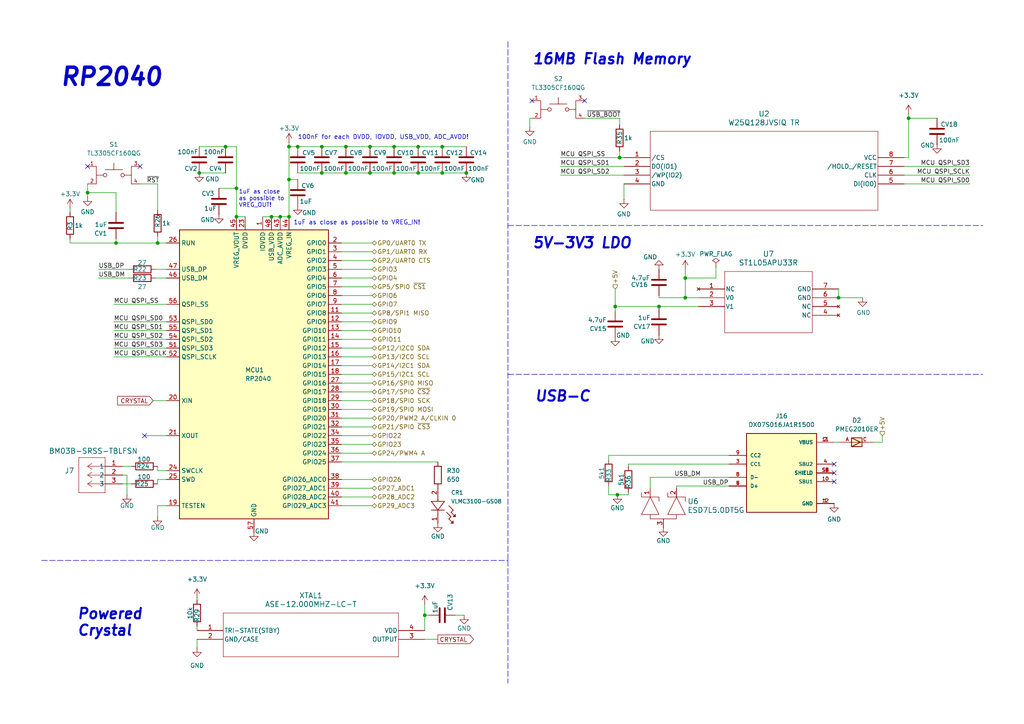
<source format=kicad_sch>
(kicad_sch (version 20231120) (generator "eeschema") (generator_version "8.0")
  (paper "A4")
  (title_block (title "RP2040 Standard") (company "Porto Space Team") (comment 1 "Miguel Amorim"))
  (lib_symbols
    (symbol "16MB_Flash:W25Q128JVSIQ_TR" (pin_names (offset 0.254))
      (property "Reference" "U" (at 40.64 12.7 0))
      (property "Value" "W25Q128JVSIQ TR" (at 40.64 10.16 0))
      (symbol "W25Q128JVSIQ_TR_0_1"
        (pin input line (at 0 0 0) (length 7.62) (name "/CS") (number "1"))
        (pin bidirectional line (at 0 -2.54 0) (length 7.62) (name "DO(IO1)") (number "2"))
        (pin bidirectional line (at 0 -5.08 0) (length 7.62) (name "/WP(IO2)") (number "3"))
        (pin passive line (at 0 -7.62 0) (length 7.62) (name "GND") (number "4"))
        (pin bidirectional line (at 81.28 -7.62 180) (length 7.62) (name "DI(IO0)") (number "5"))
        (pin input line (at 81.28 -5.08 180) (length 7.62) (name "CLK") (number "6"))
        (pin bidirectional line (at 81.28 -2.54 180) (length 7.62) (name "/HOLD_/RESET") (number "7"))
        (pin passive line (at 81.28 0 180) (length 7.62) (name "VCC") (number "8"))
      )
    )
    (symbol "AS12MHz:ASE-12.000MHZ-LC-T" (pin_names (offset 0.254))
      (property "Reference" "XTAL" (at 33.02 10.16 0))
      (property "Value" "ASE-12.000MHZ-LC-T" (at 33.02 7.62 0))
      (symbol "ASE-12.000MHZ-LC-T_0_1"
        (pin passive line (at 0 0 0) (length 7.62) (name "TRI-STATE(STBY)") (number "1"))
        (pin passive line (at 0 -2.54 0) (length 7.62) (name "GND/CASE") (number "2"))
        (pin output line (at 66.04 -2.54 180) (length 7.62) (name "OUTPUT") (number "3"))
        (pin power_in line (at 66.04 0 180) (length 7.62) (name "VDD") (number "4"))
      )
    )
    (symbol "DX07S016JA1R1500:DX07S016JA1R1500" (pin_names (offset 1.016))
      (property "Reference" "J" (at -10.16 11.43 0))
      (property "Value" "DX07S016JA1R1500" (at -10.16 -13.97 0))
      (symbol "DX07S016JA1R1500_0_0"
        (pin power_in line (at 15.24 -10.16 180) (length 5.08) (name "GND") (number "1"))
        (pin passive line (at 15.24 -3.81 180) (length 5.08) (name "SBU1") (number "10"))
        (pin passive line (at 15.24 7.62 180) (length 5.08) (name "VBUS") (number "11"))
        (pin power_in line (at 15.24 -10.16 180) (length 5.08) (name "GND") (number "12"))
        (pin passive line (at 15.24 7.62 180) (length 5.08) (name "VBUS") (number "2"))
        (pin passive line (at -15.24 1.27 0) (length 5.08) (name "CC1") (number "3"))
        (pin passive line (at 15.24 1.27 180) (length 5.08) (name "SBU2") (number "4"))
        (pin passive line (at -15.24 -2.54 0) (length 5.08) (name "D-") (number "5"))
        (pin passive line (at -15.24 -5.08 0) (length 5.08) (name "D+") (number "6"))
        (pin passive line (at -15.24 -5.08 0) (length 5.08) (name "D+") (number "7"))
        (pin passive line (at -15.24 -2.54 0) (length 5.08) (name "D-") (number "8"))
        (pin passive line (at -15.24 3.81 0) (length 5.08) (name "CC2") (number "9"))
        (pin passive line (at 15.24 -1.27 180) (length 5.08) (name "SHIELD") (number "S1"))
        (pin passive line (at 15.24 -1.27 180) (length 5.08) (name "SHIELD") (number "S2"))
        (pin passive line (at 15.24 -1.27 180) (length 5.08) (name "SHIELD") (number "S3"))
        (pin passive line (at 15.24 -1.27 180) (length 5.08) (name "SHIELD") (number "S4"))
        (pin passive line (at 15.24 -1.27 180) (length 5.08) (name "SHIELD") (number "S5"))
        (pin passive line (at 15.24 -1.27 180) (length 5.08) (name "SHIELD") (number "S6"))
      )
    )
    (symbol "Device:C" (pin_numbers hide) (pin_names (offset 0.254))
      (property "Reference" "C" (at 0.635 2.54 0))
      (property "Value" "C" (at 0.635 -2.54 0))
      (symbol "C_1_1"
        (pin passive line (at 0 3.81 270) (length 2.794) (name "~") (number "1"))
        (pin passive line (at 0 -3.81 90) (length 2.794) (name "~") (number "2"))
      )
    )
    (symbol "Device:R" (pin_numbers hide) (pin_names (offset 0))
      (property "Reference" "R" (at 2.032 0 90))
      (property "Value" "R" (at 0 0 90))
      (symbol "R_1_1"
        (pin passive line (at 0 3.81 270) (length 1.27) (name "~") (number "1"))
        (pin passive line (at 0 -3.81 90) (length 1.27) (name "~") (number "2"))
      )
    )
    (symbol "ESD7L5_Diode:ESD7L5.0DT5G" (pin_names (offset 0.254))
      (property "Reference" "U" (at 6.35 15.24 0))
      (property "Value" "ESD7L5.0DT5G" (at 6.35 12.7 0))
      (symbol "ESD7L5.0DT5G_1_1"
        (pin passive line (at 2.54 11.43 270) (length 2.54) (name "") (number "1"))
        (pin passive line (at 10.16 11.43 270) (length 2.54) (name "") (number "2"))
        (pin passive line (at 6.35 0 90) (length 2.54) (name "") (number "3"))
      )
    )
    (symbol "GreenLED__VLMC3100-GS08:VLMC3100-GS08" (pin_names (offset 0.254))
      (property "Reference" "CR" (at 5.08 -4.445 0))
      (property "Value" "VLMC3100-GS08" (at 5.08 -7.62 0))
      (symbol "VLMC3100-GS08_1_1"
        (pin passive line (at 10.16 0 180) (length 2.54) (name "") (number "1"))
        (pin passive line (at 0 0 0) (length 2.54) (name "") (number "2"))
      )
      (symbol "VLMC3100-GS08_1_2"
        (pin passive line (at 0 10.16 270) (length 2.54) (name "") (number "1"))
        (pin passive line (at 0 0 90) (length 2.54) (name "") (number "2"))
      )
    )
    (symbol "LDO_ST1L05A:ST1L05APU33R" (pin_names (offset 0.254))
      (property "Reference" "U" (at 20.32 10.16 0))
      (property "Value" "ST1L05APU33R" (at 20.32 7.62 0))
      (symbol "ST1L05APU33R_0_1"
        (pin no_connect line (at 0 0 0) (length 7.62) (name "NC") (number "1"))
        (pin passive line (at 0 -2.54 0) (length 7.62) (name "V0") (number "2"))
        (pin passive line (at 0 -5.08 0) (length 7.62) (name "V1") (number "3"))
        (pin no_connect line (at 40.64 -7.62 180) (length 7.62) (name "NC") (number "4"))
        (pin no_connect line (at 40.64 -5.08 180) (length 7.62) (name "NC") (number "5"))
        (pin passive line (at 40.64 -2.54 180) (length 7.62) (name "GND") (number "6"))
        (pin passive line (at 40.64 0 180) (length 7.62) (name "GND") (number "7"))
      )
    )
    (symbol "MCU_RaspberryPi:RP2040"
      (property "Reference" "U" (at 17.78 45.72 0))
      (property "Value" "RP2040" (at 17.78 43.18 0))
      (symbol "RP2040_1_1"
        (pin power_in line (at 2.54 45.72 270) (length 3.81) (name "IOVDD") (number "1"))
        (pin passive line (at 2.54 45.72 270) (length 3.81) hide (name "IOVDD") (number "10"))
        (pin bidirectional line (at 25.4 17.78 180) (length 3.81) (name "GPIO8") (number "11"))
        (pin bidirectional line (at 25.4 15.24 180) (length 3.81) (name "GPIO9") (number "12"))
        (pin bidirectional line (at 25.4 12.7 180) (length 3.81) (name "GPIO10") (number "13"))
        (pin bidirectional line (at 25.4 10.16 180) (length 3.81) (name "GPIO11") (number "14"))
        (pin bidirectional line (at 25.4 7.62 180) (length 3.81) (name "GPIO12") (number "15"))
        (pin bidirectional line (at 25.4 5.08 180) (length 3.81) (name "GPIO13") (number "16"))
        (pin bidirectional line (at 25.4 2.54 180) (length 3.81) (name "GPIO14") (number "17"))
        (pin bidirectional line (at 25.4 0 180) (length 3.81) (name "GPIO15") (number "18"))
        (pin input line (at -25.4 -38.1 0) (length 3.81) (name "TESTEN") (number "19"))
        (pin bidirectional line (at 25.4 38.1 180) (length 3.81) (name "GPIO0") (number "2"))
        (pin input line (at -25.4 -7.62 0) (length 3.81) (name "XIN") (number "20"))
        (pin passive line (at -25.4 -17.78 0) (length 3.81) (name "XOUT") (number "21"))
        (pin passive line (at 2.54 45.72 270) (length 3.81) hide (name "IOVDD") (number "22"))
        (pin power_in line (at -2.54 45.72 270) (length 3.81) (name "DVDD") (number "23"))
        (pin input line (at -25.4 -27.94 0) (length 3.81) (name "SWCLK") (number "24"))
        (pin bidirectional line (at -25.4 -30.48 0) (length 3.81) (name "SWD") (number "25"))
        (pin input line (at -25.4 38.1 0) (length 3.81) (name "RUN") (number "26"))
        (pin bidirectional line (at 25.4 -2.54 180) (length 3.81) (name "GPIO16") (number "27"))
        (pin bidirectional line (at 25.4 -5.08 180) (length 3.81) (name "GPIO17") (number "28"))
        (pin bidirectional line (at 25.4 -7.62 180) (length 3.81) (name "GPIO18") (number "29"))
        (pin bidirectional line (at 25.4 35.56 180) (length 3.81) (name "GPIO1") (number "3"))
        (pin bidirectional line (at 25.4 -10.16 180) (length 3.81) (name "GPIO19") (number "30"))
        (pin bidirectional line (at 25.4 -12.7 180) (length 3.81) (name "GPIO20") (number "31"))
        (pin bidirectional line (at 25.4 -15.24 180) (length 3.81) (name "GPIO21") (number "32"))
        (pin passive line (at 2.54 45.72 270) (length 3.81) hide (name "IOVDD") (number "33"))
        (pin bidirectional line (at 25.4 -17.78 180) (length 3.81) (name "GPIO22") (number "34"))
        (pin bidirectional line (at 25.4 -20.32 180) (length 3.81) (name "GPIO23") (number "35"))
        (pin bidirectional line (at 25.4 -22.86 180) (length 3.81) (name "GPIO24") (number "36"))
        (pin bidirectional line (at 25.4 -25.4 180) (length 3.81) (name "GPIO25") (number "37"))
        (pin bidirectional line (at 25.4 -30.48 180) (length 3.81) (name "GPIO26_ADC0") (number "38"))
        (pin bidirectional line (at 25.4 -33.02 180) (length 3.81) (name "GPIO27_ADC1") (number "39"))
        (pin bidirectional line (at 25.4 33.02 180) (length 3.81) (name "GPIO2") (number "4"))
        (pin bidirectional line (at 25.4 -35.56 180) (length 3.81) (name "GPIO28_ADC2") (number "40"))
        (pin bidirectional line (at 25.4 -38.1 180) (length 3.81) (name "GPIO29_ADC3") (number "41"))
        (pin passive line (at 2.54 45.72 270) (length 3.81) hide (name "IOVDD") (number "42"))
        (pin power_in line (at 7.62 45.72 270) (length 3.81) (name "ADC_AVDD") (number "43"))
        (pin power_in line (at 10.16 45.72 270) (length 3.81) (name "VREG_IN") (number "44"))
        (pin power_out line (at -5.08 45.72 270) (length 3.81) (name "VREG_VOUT") (number "45"))
        (pin bidirectional line (at -25.4 27.94 0) (length 3.81) (name "USB_DM") (number "46"))
        (pin bidirectional line (at -25.4 30.48 0) (length 3.81) (name "USB_DP") (number "47"))
        (pin power_in line (at 5.08 45.72 270) (length 3.81) (name "USB_VDD") (number "48"))
        (pin passive line (at 2.54 45.72 270) (length 3.81) hide (name "IOVDD") (number "49"))
        (pin bidirectional line (at 25.4 30.48 180) (length 3.81) (name "GPIO3") (number "5"))
        (pin passive line (at -2.54 45.72 270) (length 3.81) hide (name "DVDD") (number "50"))
        (pin bidirectional line (at -25.4 7.62 0) (length 3.81) (name "QSPI_SD3") (number "51"))
        (pin output line (at -25.4 5.08 0) (length 3.81) (name "QSPI_SCLK") (number "52"))
        (pin bidirectional line (at -25.4 15.24 0) (length 3.81) (name "QSPI_SD0") (number "53"))
        (pin bidirectional line (at -25.4 10.16 0) (length 3.81) (name "QSPI_SD2") (number "54"))
        (pin bidirectional line (at -25.4 12.7 0) (length 3.81) (name "QSPI_SD1") (number "55"))
        (pin bidirectional line (at -25.4 20.32 0) (length 3.81) (name "QSPI_SS") (number "56"))
        (pin power_in line (at 0 -45.72 90) (length 3.81) (name "GND") (number "57"))
        (pin bidirectional line (at 25.4 27.94 180) (length 3.81) (name "GPIO4") (number "6"))
        (pin bidirectional line (at 25.4 25.4 180) (length 3.81) (name "GPIO5") (number "7"))
        (pin bidirectional line (at 25.4 22.86 180) (length 3.81) (name "GPIO6") (number "8"))
        (pin bidirectional line (at 25.4 20.32 180) (length 3.81) (name "GPIO7") (number "9"))
      )
    )
    (symbol "PMEG2010ER:PMEG2010ER" (pin_names (offset 1.016))
      (property "Reference" "D" (at -3.8116 1.7534 0))
      (property "Value" "PMEG2010ER" (at -3.816 -3.5871 0))
      (symbol "PMEG2010ER_0_0"
        (pin passive line (at -5.08 0 0) (length 5.08) (name "~") (number "A"))
        (pin passive line (at 5.08 0 180) (length 5.08) (name "~") (number "C"))
      )
    )
    (symbol "SWD_Con:BM03B-SRSS-TBLFSN" (pin_names (offset 0.254))
      (property "Reference" "J" (at 8.89 6.35 0))
      (property "Value" "BM03B-SRSS-TBLFSN" (at 0 0 0))
      (symbol "BM03B-SRSS-TBLFSN_1_1"
        (pin passive line (at 0 0 0) (length 5.08) (name "1") (number "1"))
        (pin passive line (at 0 -2.54 0) (length 5.08) (name "2") (number "2"))
        (pin passive line (at 0 -5.08 0) (length 5.08) (name "3") (number "3"))
      )
      (symbol "BM03B-SRSS-TBLFSN_1_2"
        (pin passive line (at 0 0 0) (length 5.08) (name "1") (number "1"))
        (pin passive line (at 0 -2.54 0) (length 5.08) (name "2") (number "2"))
        (pin passive line (at 0 -5.08 0) (length 5.08) (name "3") (number "3"))
      )
    )
    (symbol "TL3305CF160QG:TL3305CF160QG" (pin_names (offset 1.016))
      (property "Reference" "S" (at -5.08 5.08 0))
      (property "Value" "TL3305CF160QG" (at -5.08 -5.08 0))
      (symbol "TL3305CF160QG_0_0"
        (pin passive line (at -7.62 2.54 0) (length 2.54) (name "~") (number "1"))
        (pin passive line (at -7.62 -2.54 0) (length 2.54) (name "~") (number "2"))
        (pin passive line (at 7.62 2.54 180) (length 2.54) (name "~") (number "3"))
        (pin passive line (at 7.62 -2.54 180) (length 2.54) (name "~") (number "4"))
      )
    )
    (symbol "power:+3.3V" (power) (pin_numbers hide) (pin_names (offset 0) hide)
      (property "Value" "+3.3V" (at 0 3.556 0))
      (symbol "+3.3V_1_1"
        (pin power_in line (at 0 0 90) (length 0) (name "~") (number "1"))
      )
    )
    (symbol "power:GND" (power) (pin_numbers hide) (pin_names (offset 0) hide)
      (property "Value" "GND" (at 0 -3.81 0))
      (symbol "GND_1_1"
        (pin power_in line (at 0 0 270) (length 0) (name "~") (number "1"))
      )
    )
    (symbol "power:PWR_FLAG" (power) (pin_numbers hide) (pin_names (offset 0) hide)
      (property "Value" "PWR_FLAG" (at 0 3.81 0))
      (symbol "PWR_FLAG_0_0"
        (pin power_out line (at 0 0 90) (length 0) (name "~") (number "1"))
      )
    )
  )
  (junction (at 93.345 42.545))
  (junction (at 114.3 42.545))
  (junction (at 128.27 50.165))
  (junction (at 65.405 42.545))
  (junction (at 179.705 45.72))
  (junction (at 198.755 86.36))
  (junction (at 179.07 143.51))
  (junction (at 83.82 42.545))
  (junction (at 114.3 50.165))
  (junction (at 25.4 55.88))
  (junction (at 81.28 62.865))
  (junction (at 107.315 50.165))
  (junction (at 100.33 50.165))
  (junction (at 86.36 42.545))
  (junction (at 68.58 62.865))
  (junction (at 68.58 54.61))
  (junction (at 45.72 70.485))
  (junction (at 33.655 70.485))
  (junction (at 93.345 50.165))
  (junction (at 78.74 62.865))
  (junction (at 107.315 42.545))
  (junction (at 100.33 42.545))
  (junction (at 123.19 178.435))
  (junction (at 135.255 50.165))
  (junction (at 178.435 88.9))
  (junction (at 121.285 50.165))
  (junction (at 191.135 88.9))
  (junction (at 83.82 52.07))
  (junction (at 263.525 34.29))
  (junction (at 83.82 62.865))
  (junction (at 198.755 80.645))
  (junction (at 121.285 42.545))
  (junction (at 57.785 50.165))
  (junction (at 243.205 86.36))
  (junction (at 128.27 42.545))
  (no_connect (at 241.935 134.62))
  (no_connect (at 25.4 48.26))
  (no_connect (at 41.91 126.365))
  (no_connect (at 169.545 29.21))
  (no_connect (at 40.64 48.26))
  (no_connect (at 241.935 139.7))
  (no_connect (at 154.305 29.21))
  (no_connect (at 241.935 137.16))
  (wire (pts (xy 262.255 53.34) (xy 281.305 53.34)))
  (wire (pts (xy 182.245 143.51) (xy 182.245 142.875)))
  (wire (pts (xy 243.205 86.36) (xy 250.19 86.36)))
  (wire (pts (xy 99.06 108.585) (xy 107.95 108.585)))
  (wire (pts (xy 176.53 132.08) (xy 211.455 132.08)))
  (wire (pts (xy 153.67 34.29) (xy 153.67 36.83)))
  (wire (pts (xy 99.06 78.105) (xy 107.95 78.105)))
  (wire (pts (xy 35.56 137.795) (xy 36.83 137.795)))
  (wire (pts (xy 99.06 118.745) (xy 107.95 118.745)))
  (wire (pts (xy 180.975 48.26) (xy 162.56 48.26)))
  (wire (pts (xy 176.53 133.35) (xy 176.53 132.08)))
  (wire (pts (xy 33.02 88.265) (xy 48.26 88.265)))
  (wire (pts (xy 180.975 50.8) (xy 162.56 50.8)))
  (wire (pts (xy 241.935 128.27) (xy 243.205 128.27)))
  (wire (pts (xy 99.06 100.965) (xy 107.95 100.965)))
  (wire (pts (xy 179.705 43.815) (xy 179.705 45.72)))
  (wire (pts (xy 83.82 41.275) (xy 83.82 42.545)))
  (wire (pts (xy 198.755 80.645) (xy 198.755 86.36)))
  (wire (pts (xy 262.255 50.8) (xy 281.305 50.8)))
  (wire (pts (xy 63.5 54.61) (xy 68.58 54.61)))
  (wire (pts (xy 45.72 149.86) (xy 45.72 146.685)))
  (wire (pts (xy 99.06 113.665) (xy 107.95 113.665)))
  (wire (pts (xy 45.72 139.065) (xy 48.26 139.065)))
  (wire (pts (xy 179.07 143.51) (xy 176.53 143.51)))
  (wire (pts (xy 99.06 133.985) (xy 127 133.985)))
  (wire (pts (xy 68.58 54.61) (xy 68.58 62.865)))
  (wire (pts (xy 263.525 34.29) (xy 263.525 33.02)))
  (wire (pts (xy 198.755 80.645) (xy 207.645 80.645)))
  (wire (pts (xy 57.15 181.61) (xy 57.15 182.88)))
  (wire (pts (xy 182.245 134.62) (xy 182.245 135.255)))
  (wire (pts (xy 255.905 126.365) (xy 255.905 128.27)))
  (wire (pts (xy 107.315 42.545) (xy 100.33 42.545)))
  (wire (pts (xy 45.085 78.105) (xy 48.26 78.105)))
  (wire (pts (xy 99.06 131.445) (xy 107.95 131.445)))
  (wire (pts (xy 57.15 185.42) (xy 57.15 187.96)))
  (wire (pts (xy 262.255 45.72) (xy 263.525 45.72)))
  (wire (pts (xy 86.36 42.545) (xy 83.82 42.545)))
  (wire (pts (xy 211.455 134.62) (xy 182.245 134.62)))
  (wire (pts (xy 178.435 83.82) (xy 178.435 88.9)))
  (wire (pts (xy 83.82 52.07) (xy 83.82 62.865)))
  (wire (pts (xy 179.705 36.195) (xy 179.705 34.29)))
  (wire (pts (xy 100.33 42.545) (xy 93.345 42.545)))
  (wire (pts (xy 243.205 83.82) (xy 243.205 86.36)))
  (wire (pts (xy 99.06 95.885) (xy 107.95 95.885)))
  (wire (pts (xy 93.345 42.545) (xy 86.36 42.545)))
  (wire (pts (xy 35.56 140.335) (xy 38.1 140.335)))
  (wire (pts (xy 176.53 143.51) (xy 176.53 140.97)))
  (wire (pts (xy 68.58 62.865) (xy 71.12 62.865)))
  (wire (pts (xy 45.72 140.335) (xy 45.72 139.065)))
  (wire (pts (xy 45.72 70.485) (xy 48.26 70.485)))
  (wire (pts (xy 33.655 70.485) (xy 33.655 69.215)))
  (wire (pts (xy 45.72 136.525) (xy 45.72 135.255)))
  (wire (pts (xy 196.215 140.97) (xy 211.455 140.97)))
  (wire (pts (xy 99.06 126.365) (xy 107.95 126.365)))
  (wire (pts (xy 99.06 80.645) (xy 107.95 80.645)))
  (wire (pts (xy 196.215 140.97) (xy 196.215 141.605)))
  (wire (pts (xy 33.655 55.88) (xy 33.655 61.595)))
  (wire (pts (xy 263.525 34.29) (xy 271.78 34.29)))
  (wire (pts (xy 83.82 52.07) (xy 86.36 52.07)))
  (wire (pts (xy 99.06 121.285) (xy 107.95 121.285)))
  (wire (pts (xy 121.285 50.165) (xy 128.27 50.165)))
  (wire (pts (xy 179.705 45.72) (xy 180.975 45.72)))
  (wire (pts (xy 57.785 50.165) (xy 65.405 50.165)))
  (wire (pts (xy 132.08 178.435) (xy 134.62 178.435)))
  (wire (pts (xy 68.58 54.61) (xy 68.58 42.545)))
  (wire (pts (xy 99.06 139.065) (xy 107.95 139.065)))
  (wire (pts (xy 45.72 136.525) (xy 48.26 136.525)))
  (wire (pts (xy 191.135 89.535) (xy 191.135 88.9)))
  (wire (pts (xy 99.06 88.265) (xy 107.95 88.265)))
  (wire (pts (xy 178.435 88.9) (xy 178.435 90.17)))
  (wire (pts (xy 40.64 53.34) (xy 45.72 53.34)))
  (wire (pts (xy 99.06 85.725) (xy 107.95 85.725)))
  (wire (pts (xy 99.06 70.485) (xy 107.95 70.485)))
  (wire (pts (xy 198.755 86.36) (xy 202.565 86.36)))
  (wire (pts (xy 20.32 60.325) (xy 20.32 61.595)))
  (wire (pts (xy 182.245 143.51) (xy 179.07 143.51)))
  (wire (pts (xy 25.4 53.34) (xy 25.4 55.88)))
  (wire (pts (xy 123.19 175.26) (xy 123.19 178.435)))
  (wire (pts (xy 263.525 45.72) (xy 263.525 34.29)))
  (wire (pts (xy 121.285 42.545) (xy 114.3 42.545)))
  (wire (pts (xy 191.135 85.725) (xy 191.135 86.36)))
  (wire (pts (xy 44.45 116.205) (xy 48.26 116.205)))
  (wire (pts (xy 191.135 86.36) (xy 198.755 86.36)))
  (wire (pts (xy 33.02 93.345) (xy 48.26 93.345)))
  (wire (pts (xy 78.74 62.865) (xy 81.28 62.865)))
  (wire (pts (xy 123.19 178.435) (xy 123.19 182.88)))
  (wire (pts (xy 162.56 45.72) (xy 179.705 45.72)))
  (wire (pts (xy 99.06 123.825) (xy 107.95 123.825)))
  (wire (pts (xy 33.02 95.885) (xy 48.26 95.885)))
  (wire (pts (xy 57.785 42.545) (xy 65.405 42.545)))
  (wire (pts (xy 262.255 48.26) (xy 281.305 48.26)))
  (wire (pts (xy 33.655 70.485) (xy 45.72 70.485)))
  (wire (pts (xy 255.905 128.27) (xy 253.365 128.27)))
  (wire (pts (xy 198.755 78.105) (xy 198.755 80.645)))
  (wire (pts (xy 45.72 146.685) (xy 48.26 146.685)))
  (wire (pts (xy 123.19 178.435) (xy 124.46 178.435)))
  (wire (pts (xy 107.315 50.165) (xy 114.3 50.165)))
  (wire (pts (xy 178.435 88.9) (xy 191.135 88.9)))
  (wire (pts (xy 35.56 135.255) (xy 38.1 135.255)))
  (wire (pts (xy 86.36 50.165) (xy 93.345 50.165)))
  (wire (pts (xy 99.06 141.605) (xy 107.95 141.605)))
  (wire (pts (xy 33.655 55.88) (xy 25.4 55.88)))
  (wire (pts (xy 20.32 70.485) (xy 20.32 69.215)))
  (wire (pts (xy 57.15 173.355) (xy 57.15 173.99)))
  (wire (pts (xy 154.305 34.29) (xy 153.67 34.29)))
  (wire (pts (xy 25.4 55.88) (xy 25.4 57.15)))
  (wire (pts (xy 28.575 78.105) (xy 37.465 78.105)))
  (wire (pts (xy 99.06 73.025) (xy 107.95 73.025)))
  (wire (pts (xy 99.06 116.205) (xy 107.95 116.205)))
  (wire (pts (xy 128.27 50.165) (xy 135.255 50.165)))
  (wire (pts (xy 99.06 146.685) (xy 107.95 146.685)))
  (wire (pts (xy 99.06 106.045) (xy 107.95 106.045)))
  (wire (pts (xy 83.82 42.545) (xy 83.82 52.07)))
  (wire (pts (xy 36.83 137.795) (xy 36.83 143.51)))
  (polyline (pts (xy 147.32 12.065) (xy 147.32 162.56)) (stroke (width 0) (type dash)))
  (wire (pts (xy 128.27 42.545) (xy 135.255 42.545)))
  (wire (pts (xy 45.72 53.34) (xy 45.72 60.96)))
  (wire (pts (xy 28.575 80.645) (xy 37.465 80.645)))
  (wire (pts (xy 191.135 88.9) (xy 202.565 88.9)))
  (wire (pts (xy 33.02 98.425) (xy 48.26 98.425)))
  (wire (pts (xy 41.91 126.365) (xy 48.26 126.365)))
  (wire (pts (xy 99.06 144.145) (xy 107.95 144.145)))
  (wire (pts (xy 45.085 80.645) (xy 48.26 80.645)))
  (wire (pts (xy 81.28 62.865) (xy 83.82 62.865)))
  (wire (pts (xy 114.3 42.545) (xy 107.315 42.545)))
  (wire (pts (xy 207.645 80.645) (xy 207.645 77.47)))
  (wire (pts (xy 33.02 103.505) (xy 48.26 103.505)))
  (wire (pts (xy 123.19 185.42) (xy 127 185.42)))
  (wire (pts (xy 99.06 103.505) (xy 107.95 103.505)))
  (wire (pts (xy 99.06 75.565) (xy 107.95 75.565)))
  (wire (pts (xy 68.58 42.545) (xy 65.405 42.545)))
  (wire (pts (xy 188.595 138.43) (xy 211.455 138.43)))
  (wire (pts (xy 99.06 111.125) (xy 107.95 111.125)))
  (wire (pts (xy 76.2 62.865) (xy 78.74 62.865)))
  (wire (pts (xy 99.06 128.905) (xy 107.95 128.905)))
  (wire (pts (xy 114.3 50.165) (xy 121.285 50.165)))
  (wire (pts (xy 99.06 93.345) (xy 107.95 93.345)))
  (wire (pts (xy 128.27 42.545) (xy 121.285 42.545)))
  (wire (pts (xy 100.33 50.165) (xy 107.315 50.165)))
  (wire (pts (xy 99.06 90.805) (xy 107.95 90.805)))
  (wire (pts (xy 45.72 68.58) (xy 45.72 70.485)))
  (polyline (pts (xy 147.32 162.56) (xy 147.32 198.12)) (stroke (width 0) (type dash)))
  (polyline (pts (xy 147.32 65.405) (xy 285.115 65.405)) (stroke (width 0) (type dash)))
  (wire (pts (xy 33.02 100.965) (xy 48.26 100.965)))
  (wire (pts (xy 99.06 98.425) (xy 107.95 98.425)))
  (wire (pts (xy 180.975 53.34) (xy 180.975 57.785)))
  (wire (pts (xy 99.06 83.185) (xy 107.95 83.185)))
  (wire (pts (xy 179.705 34.29) (xy 169.545 34.29)))
  (wire (pts (xy 188.595 138.43) (xy 188.595 141.605)))
  (wire (pts (xy 93.345 50.165) (xy 100.33 50.165)))
  (polyline (pts (xy 12.065 162.56) (xy 147.32 162.56)) (stroke (width 0) (type dash)))
  (wire (pts (xy 33.655 70.485) (xy 20.32 70.485)))
  (polyline (pts (xy 147.32 108.585) (xy 285.115 108.585)) (stroke (width 0) (type dash)))
  (text "USB-C" (at 154.94 116.84 0) (effects (font (size 3 3) (bold yes) (italic yes)) (justify left bottom)))
  (text "100nF for each DVDD, IOVDD, USB_VDD, ADC_AVDD!" (at 86.36 40.64 0) (effects (font (size 1.27 1.27)) (justify left bottom)))
  (text "Powered\nCrystal" (at 22.225 184.785 0) (effects (font (size 3 3) (bold yes) (italic yes)) (justify left bottom)))
  (text "5V-3V3 LDO" (at 154.305 72.39 0) (effects (font (size 3 3) (bold yes) (italic yes)) (justify left bottom)))
  (text "16MB Flash Memory" (at 154.305 19.05 0) (effects (font (size 3 3) (bold yes) (italic yes)) (justify left bottom)))
  (text "1uF as close as possible to VREG_IN!" (at 85.09 65.405 0) (effects (font (size 1.27 1.27)) (justify left bottom)))
  (text "RP2040" (at 17.145 25.4 0) (effects (font (size 5 5) (thickness 1) (bold yes) (italic yes)) (justify left bottom)))
  (text "1uF as close \nas possible to \nVREG_OUT!" (at 69.215 60.325 0) (effects (font (size 1.2 1.2)) (justify left bottom)))
  (label "MCU QSPI_SD3" (at 33.02 100.965 0))
  (label "USB_DP" (at 28.575 78.105 0))
  (label "MCU QSPI_SCLK" (at 281.305 50.8 180))
  (label "~{USB_BOOT}" (at 170.18 34.29 0))
  (label "MCU QSPI_SD1" (at 33.02 95.885 0))
  (label "MCU QSPI_SD0" (at 33.02 93.345 0))
  (label "USB_DM" (at 195.58 138.43 0))
  (label "MCU QSPI_SS" (at 33.02 88.265 0))
  (label "MCU QSPI_SD2" (at 33.02 98.425 0))
  (label "USB_DM" (at 28.575 80.645 0))
  (label "MCU QSPI_SD3" (at 281.305 48.26 180))
  (label "USB_DP" (at 203.835 140.97 0))
  (label "MCU QSPI_SD2" (at 162.56 50.8 0))
  (label "MCU QSPI_SCLK" (at 33.02 103.505 0))
  (label "MCU QSPI_SS" (at 162.56 45.72 0))
  (label "MCU QSPI_SD0" (at 281.305 53.34 180))
  (label "MCU QSPI_SD1" (at 162.56 48.26 0))
  (label "~{RST}" (at 42.545 53.34 0))
  (global_label "CRYSTAL" (shape input) (at 44.45 116.205 180) (property "Intersheetrefs" "${INTERSHEET_REFS}" (effects (hide yes))))
  (global_label "CRYSTAL" (shape output) (at 127 185.42 0) (property "Intersheetrefs" "${INTERSHEET_REFS}" (effects (hide yes))))
  (hierarchical_label "GP27_ADC1" (shape bidirectional) (at 107.95 141.605 0))
  (hierarchical_label "GPIO10" (shape bidirectional) (at 107.95 95.885 0))
  (hierarchical_label "GP14{slash}I2C1 SDA" (shape bidirectional) (at 107.95 106.045 0))
  (hierarchical_label "GP5{slash}SPI0 ~{CS1}" (shape bidirectional) (at 107.95 83.185 0))
  (hierarchical_label "GP29_ADC3" (shape bidirectional) (at 107.95 146.685 0))
  (hierarchical_label "GP2{slash}UART0 CTS" (shape bidirectional) (at 107.95 75.565 0))
  (hierarchical_label "GP0{slash}UART0 TX" (shape bidirectional) (at 107.95 70.485 0))
  (hierarchical_label "GP19{slash}SPI0 MOSI" (shape bidirectional) (at 107.95 118.745 0))
  (hierarchical_label "GP21{slash}SPI0 ~{CS3}" (shape bidirectional) (at 107.95 123.825 0))
  (hierarchical_label "GPIO9" (shape bidirectional) (at 107.95 93.345 0))
  (hierarchical_label "GPIO7" (shape bidirectional) (at 107.95 88.265 0))
  (hierarchical_label "GP12{slash}I2C0 SDA" (shape bidirectional) (at 107.95 100.965 0))
  (hierarchical_label "GP1{slash}UART0 RX" (shape bidirectional) (at 107.95 73.025 0))
  (hierarchical_label "GPIO23" (shape bidirectional) (at 107.95 128.905 0))
  (hierarchical_label "GP28_ADC2" (shape bidirectional) (at 107.95 144.145 0))
  (hierarchical_label "GPIO6" (shape bidirectional) (at 107.95 85.725 0))
  (hierarchical_label "GP20{slash}PWM2 A{slash}CLKIN 0" (shape bidirectional) (at 107.95 121.285 0))
  (hierarchical_label "+5V" (shape input) (at 255.905 126.365 90))
  (hierarchical_label "GP15{slash}I2C1 SCL" (shape bidirectional) (at 107.95 108.585 0))
  (hierarchical_label "GPIO22" (shape bidirectional) (at 107.95 126.365 0))
  (hierarchical_label "GP8{slash}SPI1 MISO" (shape bidirectional) (at 107.95 90.805 0))
  (hierarchical_label "GPIO3" (shape bidirectional) (at 107.95 78.105 0))
  (hierarchical_label "GP24{slash}PWM4 A" (shape bidirectional) (at 107.95 131.445 0))
  (hierarchical_label "GP13{slash}I2C0 SCL" (shape bidirectional) (at 107.95 103.505 0))
  (hierarchical_label "GP16{slash}SPI0 MISO" (shape bidirectional) (at 107.95 111.125 0))
  (hierarchical_label "GPIO4" (shape bidirectional) (at 107.95 80.645 0))
  (hierarchical_label "+5V" (shape input) (at 178.435 83.82 90))
  (hierarchical_label "GPIO11" (shape bidirectional) (at 107.95 98.425 0))
  (hierarchical_label "GPIO26" (shape bidirectional) (at 107.95 139.065 0))
  (hierarchical_label "GP18{slash}SPI0 SCK" (shape bidirectional) (at 107.95 116.205 0))
  (hierarchical_label "GP17{slash}SPI0 ~{CS2}" (shape bidirectional) (at 107.95 113.665 0))
  (symbol (lib_id "power:GND") (at 73.66 154.305 0) (unit 1)
    (property "Reference" "#PWR042" (effects (hide yes)))
    (property "Value" "GND" (at 75.946 154.051 0))
    (property "Description" "Power symbol creates a global label with name \"GND\" , ground" (effects (hide yes)))
  )
  (symbol (lib_id "Device:R") (at 41.275 78.105 90) (unit 1)
    (property "Reference" "R22" (at 42.545 78.105 90) (effects (justify left)))
    (property "Value" "27" (at 42.545 76.2 90) (effects (justify left)))
    (property "Footprint" "RES_R0603_27:RES_R0603_27" (effects (hide yes)))
    (property "Description" "Resistor" (effects (hide yes)))
  )
  (symbol (lib_id "power:GND") (at 192.405 153.035 0) (mirror y) (unit 1)
    (property "Reference" "#PWR082" (effects (hide yes)))
    (property "Value" "GND" (at 192.405 156.845 0))
    (property "Description" "Power symbol creates a global label with name \"GND\" , ground" (effects (hide yes)))
  )
  (symbol (lib_id "power:GND") (at 45.72 149.86 0) (unit 1)
    (property "Reference" "#PWR09" (effects (hide yes)))
    (property "Value" "GND" (at 45.72 153.035 0))
    (property "Description" "Power symbol creates a global label with name \"GND\" , ground" (effects (hide yes)))
  )
  (symbol (lib_id "power:GND") (at 191.135 78.105 0) (mirror x) (unit 1)
    (property "Reference" "#PWR053" (effects (hide yes)))
    (property "Value" "GND" (at 188.595 74.549 0))
    (property "Description" "Power symbol creates a global label with name \"GND\" , ground" (effects (hide yes)))
  )
  (symbol (lib_id "Device:C") (at 65.405 46.355 180) (unit 1)
    (property "Reference" "CV4" (at 64.389 48.895 0) (effects (justify left)))
    (property "Value" "100nF" (at 65.151 44.069 0) (effects (justify left)))
    (property "Footprint" "Capacitor_0402:Capacitor_0402" (effects (hide yes)))
    (property "Description" "Unpolarized capacitor" (effects (hide yes)))
  )
  (symbol (lib_id "power:GND") (at 63.5 62.23 0) (unit 1)
    (property "Reference" "#PWR040" (effects (hide yes)))
    (property "Value" "GND" (at 60.198 63.754 0))
    (property "Description" "Power symbol creates a global label with name \"GND\" , ground" (effects (hide yes)))
  )
  (symbol (lib_id "DX07S016JA1R1500:DX07S016JA1R1500") (at 226.695 135.89 0) (unit 1)
    (property "Reference" "J16" (at 226.695 120.65 0))
    (property "Value" "DX07S016JA1R1500" (at 226.695 123.19 0))
    (property "Footprint" "DX07S016JA1R1500:JAE_DX07S016JA1R1500" (effects (hide yes)))
    (property "MF" "JAE Electronics" (effects (hide yes)))
    (property "MAXIMUM_PACKAGE_HEIGHT" "3.31 mm" (effects (hide yes)))
    (property "Package" "None" (effects (hide yes)))
    (property "Price" "None" (effects (hide yes)))
    (property "Check_prices" "https://www.snapeda.com/parts/DX07S016JA1R1500/JAE+Electronics/view-part/?ref=eda" (effects (hide yes)))
    (property "STANDARD" "Manufacturer Recommendations" (effects (hide yes)))
    (property "PARTREV" "1" (effects (hide yes)))
    (property "SnapEDA_Link" "https://www.snapeda.com/parts/DX07S016JA1R1500/JAE+Electronics/view-part/?ref=snap" (effects (hide yes)))
    (property "MP" "DX07S016JA1R1500" (effects (hide yes)))
    (property "Description_1" "\n                        \n                            USB-C (USB TYPE-C) USB 2.0 Receptacle Connector 24 (16+8 Dummy) Position Surface Mount, Right Angle; Through Hole\n                        \n" (effects (hide yes)))
    (property "Availability" "In Stock" (effects (hide yes)))
    (property "MANUFACTURER" "JAE Industry Ltd." (effects (hide yes)))
  )
  (symbol (lib_id "power:GND") (at 250.19 86.36 0) (unit 1)
    (property "Reference" "#PWR085" (effects (hide yes)))
    (property "Value" "GND" (at 250.444 90.678 0))
    (property "Description" "Power symbol creates a global label with name \"GND\" , ground" (effects (hide yes)))
  )
  (symbol (lib_id "GreenLED__VLMC3100-GS08:VLMC3100-GS08") (at 127 141.605 270) (unit 1)
    (property "Reference" "CR1" (at 130.81 142.875 90) (effects (font (size 1.143 1.143)) (justify left)))
    (property "Value" "VLMC3100-GS08" (at 130.81 145.415 90) (effects (font (size 1.143 1.143)) (justify left)))
    (property "Footprint" "LED_PLCC_VSMB" (effects (hide yes)))
    (property "Datasheet" "VLMC3100-GS08" (effects (hide yes)))
  )
  (symbol (lib_id "Device:C") (at 114.3 46.355 0) (unit 1)
    (property "Reference" "CV10" (at 115.062 44.323 0) (effects (justify left)))
    (property "Value" "100nF" (at 114.808 48.895 0) (effects (justify left)))
    (property "Footprint" "Capacitor_0402:Capacitor_0402" (effects (hide yes)))
    (property "Description" "Unpolarized capacitor" (effects (hide yes)))
  )
  (symbol (lib_id "power:+3.3V") (at 198.755 78.105 0) (unit 1)
    (property "Reference" "#PWR083" (effects (hide yes)))
    (property "Value" "+3.3V" (at 198.755 73.787 0))
    (property "Description" "Power symbol creates a global label with name \"+3.3V\"" (effects (hide yes)))
  )
  (symbol (lib_id "Device:C") (at 128.27 46.355 0) (unit 1)
    (property "Reference" "CV12" (at 129.286 44.323 0) (effects (justify left)))
    (property "Value" "100nF" (at 128.778 48.895 0) (effects (justify left)))
    (property "Footprint" "Capacitor_0402:Capacitor_0402" (effects (hide yes)))
    (property "Description" "Unpolarized capacitor" (effects (hide yes)))
  )
  (symbol (lib_id "Device:C") (at 63.5 58.42 0) (unit 1)
    (property "Reference" "CV3" (at 58.42 56.134 0) (effects (justify left)))
    (property "Value" "1uF" (at 59.182 60.452 0) (effects (justify left)))
    (property "Footprint" "Capacitor_0402:Capacitor_0402" (effects (hide yes)))
    (property "Description" "Unpolarized capacitor" (effects (hide yes)))
  )
  (symbol (lib_id "power:PWR_FLAG") (at 207.645 77.47 0) (unit 1)
    (property "Reference" "#FLG03" (effects (hide yes)))
    (property "Value" "PWR_FLAG" (at 207.645 73.66 0))
    (property "Description" "Special symbol for telling ERC where power comes from" (effects (hide yes)))
  )
  (symbol (lib_id "power:GND") (at 179.07 143.51 0) (mirror y) (unit 1)
    (property "Reference" "#PWR051" (effects (hide yes)))
    (property "Value" "GND" (at 179.07 147.32 0))
    (property "Description" "Power symbol creates a global label with name \"GND\" , ground" (effects (hide yes)))
  )
  (symbol (lib_id "ESD7L5_Diode:ESD7L5.0DT5G") (at 186.055 153.035 0) (unit 1)
    (property "Reference" "U6" (at 199.39 145.4149 0) (effects (font (size 1.524 1.524)) (justify left)))
    (property "Value" "ESD7L5.0DT5G" (at 199.39 147.9549 0) (effects (font (size 1.524 1.524)) (justify left)))
    (property "Footprint" "SOT-723_0P85X1P25_ONS" (effects (hide yes)))
    (property "Datasheet" "ESD7L5.0DT5G" (effects (hide yes)))
  )
  (symbol (lib_id "SWD_Con:BM03B-SRSS-TBLFSN") (at 35.56 135.255 0) (mirror y) (unit 1)
    (property "Reference" "J7" (at 21.59 136.5249 0) (effects (font (size 1.524 1.524)) (justify left)))
    (property "Value" "BM03B-SRSS-TBLFSN" (at 40.005 130.81 0) (effects (font (size 1.524 1.524)) (justify left)))
    (property "Footprint" "CONN_BM03B-SRSS-TBLFSN_JST" (effects (hide yes)))
    (property "Datasheet" "BM03B-SRSS-TBLFSN" (effects (hide yes)))
  )
  (symbol (lib_id "power:GND") (at 271.78 41.91 0) (unit 1)
    (property "Reference" "#PWR087" (effects (hide yes)))
    (property "Value" "GND" (at 268.986 42.164 0))
    (property "Description" "Power symbol creates a global label with name \"GND\" , ground" (effects (hide yes)))
  )
  (symbol (lib_id "power:GND") (at 153.67 36.83 0) (unit 1)
    (property "Reference" "#PWR049" (effects (hide yes)))
    (property "Value" "GND" (at 153.67 41.148 0))
    (property "Description" "Power symbol creates a global label with name \"GND\" , ground" (effects (hide yes)))
  )
  (symbol (lib_id "AS12MHz:ASE-12.000MHZ-LC-T") (at 57.15 182.88 0) (unit 1)
    (property "Reference" "XTAL1" (at 90.17 172.72 0) (effects (font (size 1.524 1.524))))
    (property "Value" "ASE-12.000MHZ-LC-T" (at 90.17 175.26 0) (effects (font (size 1.524 1.524))))
    (property "Footprint" "ASE-3.2X2.5_ABR" (effects (hide yes)))
    (property "Datasheet" "ASE-12.000MHZ-LC-T" (effects (hide yes)))
  )
  (symbol (lib_id "Device:C") (at 107.315 46.355 0) (unit 1)
    (property "Reference" "CV9" (at 108.331 44.323 0) (effects (justify left)))
    (property "Value" "100nF" (at 107.823 48.895 0) (effects (justify left)))
    (property "Footprint" "Capacitor_0402:Capacitor_0402" (effects (hide yes)))
    (property "Description" "Unpolarized capacitor" (effects (hide yes)))
  )
  (symbol (lib_id "LDO_ST1L05A:ST1L05APU33R") (at 202.565 83.82 0) (unit 1)
    (property "Reference" "U7" (at 222.885 73.66 0) (effects (font (size 1.524 1.524))))
    (property "Value" "ST1L05APU33R" (at 222.885 76.2 0) (effects (font (size 1.524 1.524))))
    (property "Footprint" "DFN_5APU33R_STM" (effects (hide yes)))
    (property "Datasheet" "ST1L05APU33R" (effects (hide yes)))
  )
  (symbol (lib_id "Device:R") (at 41.91 135.255 90) (mirror x) (unit 1)
    (property "Reference" "R24" (at 43.434 135.255 90) (effects (justify left)))
    (property "Value" "100" (at 43.688 133.223 90) (effects (justify left)))
    (property "Footprint" "RES_0402:RES_0402" (effects (hide yes)))
    (property "Description" "Resistor" (effects (hide yes)))
  )
  (symbol (lib_id "MCU_RaspberryPi:RP2040") (at 73.66 108.585 0) (unit 1)
    (property "Reference" "MCU1" (at 71.12 107.315 0) (effects (justify left)))
    (property "Value" "RP2040" (at 71.12 109.855 0) (effects (justify left)))
    (property "Footprint" "Package_DFN_QFN:QFN-56-1EP_7x7mm_P0.4mm_EP3.2x3.2mm" (effects (hide yes)))
    (property "Datasheet" "https://datasheets.raspberrypi.com/rp2040/rp2040-datasheet.pdf" (effects (hide yes)))
    (property "Description" "A microcontroller by Raspberry Pi" (effects (hide yes)))
  )
  (symbol (lib_id "Device:R") (at 179.705 40.005 0) (unit 1)
    (property "Reference" "R35" (at 179.705 41.91 90) (effects (justify left)))
    (property "Value" "1k" (at 180.975 40.005 0) (effects (justify left)))
    (property "Footprint" "RES_0402:RES_0402" (effects (hide yes)))
    (property "Description" "Resistor" (effects (hide yes)))
  )
  (symbol (lib_id "Device:C") (at 271.78 38.1 0) (unit 1)
    (property "Reference" "CV18" (at 272.796 36.068 0) (effects (justify left)))
    (property "Value" "100nF" (at 272.288 40.64 0) (effects (justify left)))
    (property "Footprint" "Capacitor_0402:Capacitor_0402" (effects (hide yes)))
    (property "Description" "Unpolarized capacitor" (effects (hide yes)))
  )
  (symbol (lib_id "Device:C") (at 191.135 81.915 0) (mirror y) (unit 1)
    (property "Reference" "CV16" (at 187.96 82.55 0) (effects (justify left)))
    (property "Value" "4.7uF" (at 188.595 80.645 0) (effects (justify left)))
    (property "Footprint" "C_4uF7_0402:C_4uF7_0402" (effects (hide yes)))
    (property "Description" "Unpolarized capacitor" (effects (hide yes)))
  )
  (symbol (lib_id "power:GND") (at 57.15 187.96 0) (unit 1)
    (property "Reference" "#PWR033" (effects (hide yes)))
    (property "Value" "GND" (at 57.15 193.04 0))
    (property "Description" "Power symbol creates a global label with name \"GND\" , ground" (effects (hide yes)))
  )
  (symbol (lib_id "16MB_Flash:W25Q128JVSIQ_TR") (at 180.975 45.72 0) (unit 1)
    (property "Reference" "U2" (at 221.615 33.02 0) (effects (font (size 1.524 1.524))))
    (property "Value" "W25Q128JVSIQ TR" (at 221.615 35.56 0) (effects (font (size 1.524 1.524))))
    (property "Footprint" "SOIC_208MIL_WIN" (effects (hide yes)))
    (property "Datasheet" "W25Q128JVSIQ TR" (effects (hide yes)))
  )
  (symbol (lib_id "power:GND") (at 191.135 97.155 0) (unit 1)
    (property "Reference" "#PWR054" (effects (hide yes)))
    (property "Value" "GND" (at 187.833 98.933 0))
    (property "Description" "Power symbol creates a global label with name \"GND\" , ground" (effects (hide yes)))
  )
  (symbol (lib_id "power:GND") (at 36.83 143.51 0) (unit 1)
    (property "Reference" "#PWR08" (effects (hide yes)))
    (property "Value" "GND" (at 36.83 146.685 0))
    (property "Description" "Power symbol creates a global label with name \"GND\" , ground" (effects (hide yes)))
  )
  (symbol (lib_id "Device:R") (at 182.245 139.065 0) (mirror x) (unit 1)
    (property "Reference" "R36" (at 182.245 137.795 90) (effects (justify left)))
    (property "Value" "5k1" (at 180.213 137.287 90) (effects (justify left)))
    (property "Footprint" "R_0805_5K1:R_0805_5K1" (effects (hide yes)))
    (property "Description" "Resistor" (effects (hide yes)))
  )
  (symbol (lib_id "power:GND") (at 57.785 50.165 0) (unit 1)
    (property "Reference" "#PWR039" (effects (hide yes)))
    (property "Value" "GND" (at 61.595 51.943 0))
    (property "Description" "Power symbol creates a global label with name \"GND\" , ground" (effects (hide yes)))
  )
  (symbol (lib_id "power:GND") (at 178.435 97.79 0) (unit 1)
    (property "Reference" "#PWR050" (effects (hide yes)))
    (property "Value" "GND" (at 180.721 97.282 0))
    (property "Description" "Power symbol creates a global label with name \"GND\" , ground" (effects (hide yes)))
  )
  (symbol (lib_id "Device:C") (at 100.33 46.355 0) (unit 1)
    (property "Reference" "CV8" (at 101.346 44.323 0) (effects (justify left)))
    (property "Value" "100nF" (at 100.838 48.895 0) (effects (justify left)))
    (property "Footprint" "Capacitor_0402:Capacitor_0402" (effects (hide yes)))
    (property "Description" "Unpolarized capacitor" (effects (hide yes)))
  )
  (symbol (lib_id "Device:C") (at 57.785 46.355 180) (unit 1)
    (property "Reference" "CV2" (at 57.277 48.895 0) (effects (justify left)))
    (property "Value" "100nF" (at 57.531 44.069 0) (effects (justify left)))
    (property "Footprint" "Capacitor_0402:Capacitor_0402" (effects (hide yes)))
    (property "Description" "Unpolarized capacitor" (effects (hide yes)))
  )
  (symbol (lib_id "Device:C") (at 121.285 46.355 0) (unit 1)
    (property "Reference" "CV11" (at 122.301 44.323 0) (effects (justify left)))
    (property "Value" "100nF" (at 121.793 48.895 0) (effects (justify left)))
    (property "Footprint" "Capacitor_0402:Capacitor_0402" (effects (hide yes)))
    (property "Description" "Unpolarized capacitor" (effects (hide yes)))
  )
  (symbol (lib_id "Device:C") (at 86.36 55.88 0) (unit 1)
    (property "Reference" "CV6" (at 87.376 53.848 0) (effects (justify left)))
    (property "Value" "1uF" (at 86.868 58.42 0) (effects (justify left)))
    (property "Footprint" "Capacitor_0402:Capacitor_0402" (effects (hide yes)))
    (property "Description" "Unpolarized capacitor" (effects (hide yes)))
  )
  (symbol (lib_id "Device:R") (at 45.72 64.77 0) (unit 1)
    (property "Reference" "R26" (at 45.72 66.04 90) (effects (justify left)))
    (property "Value" "1k" (at 46.99 64.77 0) (effects (justify left)))
    (property "Footprint" "RES_0402:RES_0402" (effects (hide yes)))
    (property "Description" "Resistor" (effects (hide yes)))
  )
  (symbol (lib_id "Device:R") (at 57.15 177.8 0) (mirror x) (unit 1)
    (property "Reference" "R29" (at 57.15 176.53 90) (effects (justify left)))
    (property "Value" "10k" (at 55.118 176.022 90) (effects (justify left)))
    (property "Footprint" "RES_0402:RES_0402" (effects (hide yes)))
    (property "Description" "Resistor" (effects (hide yes)))
  )
  (symbol (lib_id "Device:R") (at 41.275 80.645 90) (mirror x) (unit 1)
    (property "Reference" "R23" (at 42.545 80.645 90) (effects (justify left)))
    (property "Value" "27" (at 42.545 83.185 90) (effects (justify left)))
    (property "Footprint" "RES_R0603_27:RES_R0603_27" (effects (hide yes)))
    (property "Description" "Resistor" (effects (hide yes)))
  )
  (symbol (lib_id "TL3305CF160QG:TL3305CF160QG") (at 161.925 31.75 0) (unit 1)
    (property "Reference" "S2" (at 161.925 22.86 0))
    (property "Value" "TL3305CF160QG" (at 161.925 25.4 0))
    (property "Footprint" "TL3305CF160QG:SW_TL3305CF160QG" (effects (hide yes)))
    (property "MF" "E-Switch" (effects (hide yes)))
    (property "MAXIMUM_PACKAGE_HEIGHT" "5 mm" (effects (hide yes)))
    (property "Package" "None" (effects (hide yes)))
    (property "Price" "None" (effects (hide yes)))
    (property "Check_prices" "https://www.snapeda.com/parts/TL3305CF160QG/E-Switch/view-part/?ref=eda" (effects (hide yes)))
    (property "STANDARD" "Manufacturer Recommendations" (effects (hide yes)))
    (property "PARTREV" "C" (effects (hide yes)))
    (property "SnapEDA_Link" "https://www.snapeda.com/parts/TL3305CF160QG/E-Switch/view-part/?ref=snap" (effects (hide yes)))
    (property "MP" "TL3305CF160QG" (effects (hide yes)))
    (property "Description_1" "\n                        \n                            SWITCH TACTILE SPST-NO 50MA 12V\n                        \n" (effects (hide yes)))
    (property "MANUFACTURER" "E-Switch" (effects (hide yes)))
    (property "Availability" "In Stock" (effects (hide yes)))
    (property "SNAPEDA_PN" "TL3305BF260QG" (effects (hide yes)))
  )
  (symbol (lib_id "power:+3.3V") (at 123.19 175.26 0) (unit 1)
    (property "Reference" "#PWR045" (effects (hide yes)))
    (property "Value" "+3.3V" (at 123.19 169.926 0))
    (property "Description" "Power symbol creates a global label with name \"+3.3V\"" (effects (hide yes)))
  )
  (symbol (lib_id "Device:C") (at 93.345 46.355 0) (unit 1)
    (property "Reference" "CV7" (at 94.107 44.323 0) (effects (justify left)))
    (property "Value" "100nF" (at 93.853 48.895 0) (effects (justify left)))
    (property "Footprint" "Capacitor_0402:Capacitor_0402" (effects (hide yes)))
    (property "Description" "Unpolarized capacitor" (effects (hide yes)))
  )
  (symbol (lib_id "Device:C") (at 86.36 46.355 0) (unit 1)
    (property "Reference" "CV5" (at 87.63 44.323 0) (effects (justify left)))
    (property "Value" "100nF" (at 86.868 48.895 0) (effects (justify left)))
    (property "Footprint" "Capacitor_0402:Capacitor_0402" (effects (hide yes)))
    (property "Description" "Unpolarized capacitor" (effects (hide yes)))
  )
  (symbol (lib_id "power:GND") (at 134.62 178.435 0) (unit 1)
    (property "Reference" "#PWR047" (effects (hide yes)))
    (property "Value" "GND" (at 134.62 182.245 0))
    (property "Description" "Power symbol creates a global label with name \"GND\" , ground" (effects (hide yes)))
  )
  (symbol (lib_id "Device:R") (at 20.32 65.405 0) (unit 1)
    (property "Reference" "R3" (at 20.32 66.929 90) (effects (justify left)))
    (property "Value" "1k" (at 21.59 65.405 0) (effects (justify left)))
    (property "Footprint" "RES_0402:RES_0402" (effects (hide yes)))
    (property "Description" "Resistor" (effects (hide yes)))
  )
  (symbol (lib_id "Device:R") (at 41.91 140.335 90) (mirror x) (unit 1)
    (property "Reference" "R25" (at 43.18 140.335 90) (effects (justify left)))
    (property "Value" "100" (at 43.688 138.303 90) (effects (justify left)))
    (property "Footprint" "RES_0402:RES_0402" (effects (hide yes)))
    (property "Description" "Resistor" (effects (hide yes)))
  )
  (symbol (lib_id "power:GND") (at 25.4 57.15 0) (unit 1)
    (property "Reference" "#PWR05" (effects (hide yes)))
    (property "Value" "GND" (at 25.4 61.468 0))
    (property "Description" "Power symbol creates a global label with name \"GND\" , ground" (effects (hide yes)))
  )
  (symbol (lib_id "Device:C") (at 178.435 93.98 180) (unit 1)
    (property "Reference" "CV15" (at 175.9712 95.3516 0) (effects (justify left)))
    (property "Value" "4.7uF" (at 175.9712 92.8116 0) (effects (justify left)))
    (property "Footprint" "C_4uF7_0402:C_4uF7_0402" (effects (hide yes)))
    (property "Description" "Unpolarized capacitor" (effects (hide yes)))
  )
  (symbol (lib_id "Device:R") (at 127 137.795 0) (unit 1)
    (property "Reference" "R30" (at 129.54 136.5249 0) (effects (justify left)))
    (property "Value" "650" (at 129.54 139.0649 0) (effects (justify left)))
    (property "Description" "Resistor" (effects (hide yes)))
  )
  (symbol (lib_id "power:GND") (at 135.255 50.165 0) (unit 1)
    (property "Reference" "#PWR048" (effects (hide yes)))
    (property "Value" "GND" (at 138.557 52.197 0))
    (property "Description" "Power symbol creates a global label with name \"GND\" , ground" (effects (hide yes)))
  )
  (symbol (lib_id "Device:R") (at 176.53 137.16 0) (mirror x) (unit 1)
    (property "Reference" "R33" (at 176.53 135.89 90) (effects (justify left)))
    (property "Value" "5k1" (at 174.498 135.382 90) (effects (justify left)))
    (property "Footprint" "R_0805_5K1:R_0805_5K1" (effects (hide yes)))
    (property "Description" "Resistor" (effects (hide yes)))
  )
  (symbol (lib_id "power:GND") (at 241.935 146.05 0) (mirror y) (unit 1)
    (property "Reference" "#PWR084" (effects (hide yes)))
    (property "Value" "GND" (at 241.935 150.622 0))
    (property "Description" "Power symbol creates a global label with name \"GND\" , ground" (effects (hide yes)))
  )
  (symbol (lib_id "power:GND") (at 86.36 59.69 0) (unit 1)
    (property "Reference" "#PWR044" (effects (hide yes)))
    (property "Value" "GND" (at 89.662 61.722 0))
    (property "Description" "Power symbol creates a global label with name \"GND\" , ground" (effects (hide yes)))
  )
  (symbol (lib_id "power:+3.3V") (at 20.32 60.325 0) (unit 1)
    (property "Reference" "#PWR04" (effects (hide yes)))
    (property "Value" "+3.3V" (at 20.32 56.261 0))
    (property "Description" "Power symbol creates a global label with name \"+3.3V\"" (effects (hide yes)))
  )
  (symbol (lib_id "Device:C") (at 128.27 178.435 90) (unit 1)
    (property "Reference" "CV13" (at 130.556 177.165 0) (effects (justify left)))
    (property "Value" "1uF" (at 126.238 177.927 0) (effects (justify left)))
    (property "Footprint" "Capacitor_0402:Capacitor_0402" (effects (hide yes)))
    (property "Description" "Unpolarized capacitor" (effects (hide yes)))
  )
  (symbol (lib_id "PMEG2010ER:PMEG2010ER") (at 248.285 128.27 0) (unit 1)
    (property "Reference" "D2" (at 248.4967 121.92 0))
    (property "Value" "PMEG2010ER" (at 248.4967 124.46 0))
    (property "Footprint" "PMEG2010ER:SODFL3517X110N" (effects (hide yes)))
    (property "MF" "NXP Semiconductors" (effects (hide yes)))
    (property "Description_1" "\n                        \n                            Rectifier Diode Schottky 1A Automotive 2-Pin SOD-123W T/R\n                        \n" (effects (hide yes)))
    (property "Package" "SOD-123 Nexperia USA" (effects (hide yes)))
    (property "Price" "None" (effects (hide yes)))
    (property "Check_prices" "https://www.snapeda.com/parts/PMEG2010ER/NXP+Semiconductors/view-part/?ref=eda" (effects (hide yes)))
    (property "STANDARD" "IPC-7351B" (effects (hide yes)))
    (property "PARTREV" "01" (effects (hide yes)))
    (property "SnapEDA_Link" "https://www.snapeda.com/parts/PMEG2010ER/NXP+Semiconductors/view-part/?ref=snap" (effects (hide yes)))
    (property "MP" "PMEG2010ER" (effects (hide yes)))
    (property "Availability" "In Stock" (effects (hide yes)))
    (property "MANUFACTURER" "NEXPERIA" (effects (hide yes)))
  )
  (symbol (lib_id "power:GND") (at 180.975 57.785 0) (unit 1)
    (property "Reference" "#PWR052" (effects (hide yes)))
    (property "Value" "GND" (at 180.975 62.103 0))
    (property "Description" "Power symbol creates a global label with name \"GND\" , ground" (effects (hide yes)))
  )
  (symbol (lib_id "power:+3.3V") (at 57.15 173.355 0) (unit 1)
    (property "Reference" "#PWR032" (effects (hide yes)))
    (property "Value" "+3.3V" (at 57.15 168.021 0))
    (property "Description" "Power symbol creates a global label with name \"+3.3V\"" (effects (hide yes)))
  )
  (symbol (lib_id "power:GND") (at 127 151.765 0) (unit 1)
    (property "Reference" "#PWR046" (effects (hide yes)))
    (property "Value" "GND" (at 127 155.575 0))
    (property "Description" "Power symbol creates a global label with name \"GND\" , ground" (effects (hide yes)))
  )
  (symbol (lib_id "TL3305CF160QG:TL3305CF160QG") (at 33.02 50.8 0) (unit 1)
    (property "Reference" "S1" (at 33.02 41.91 0))
    (property "Value" "TL3305CF160QG" (at 33.02 44.45 0))
    (property "Footprint" "TL3305CF160QG:SW_TL3305CF160QG" (effects (hide yes)))
    (property "MF" "E-Switch" (effects (hide yes)))
    (property "MAXIMUM_PACKAGE_HEIGHT" "5 mm" (effects (hide yes)))
    (property "Package" "None" (effects (hide yes)))
    (property "Price" "None" (effects (hide yes)))
    (property "Check_prices" "https://www.snapeda.com/parts/TL3305CF160QG/E-Switch/view-part/?ref=eda" (effects (hide yes)))
    (property "STANDARD" "Manufacturer Recommendations" (effects (hide yes)))
    (property "PARTREV" "C" (effects (hide yes)))
    (property "SnapEDA_Link" "https://www.snapeda.com/parts/TL3305CF160QG/E-Switch/view-part/?ref=snap" (effects (hide yes)))
    (property "MP" "TL3305CF160QG" (effects (hide yes)))
    (property "Description_1" "\n                        \n                            SWITCH TACTILE SPST-NO 50MA 12V\n                        \n" (effects (hide yes)))
    (property "MANUFACTURER" "E-Switch" (effects (hide yes)))
    (property "Availability" "In Stock" (effects (hide yes)))
    (property "SNAPEDA_PN" "TL3305BF260QG" (effects (hide yes)))
  )
  (symbol (lib_id "power:+3.3V") (at 263.525 33.02 0) (unit 1)
    (property "Reference" "#PWR086" (effects (hide yes)))
    (property "Value" "+3.3V" (at 263.525 27.686 0))
    (property "Description" "Power symbol creates a global label with name \"+3.3V\"" (effects (hide yes)))
  )
  (symbol (lib_id "power:+3.3V") (at 83.82 41.275 0) (unit 1)
    (property "Reference" "#PWR043" (effects (hide yes)))
    (property "Value" "+3.3V" (at 83.82 37.211 0))
    (property "Description" "Power symbol creates a global label with name \"+3.3V\"" (effects (hide yes)))
  )
  (symbol (lib_id "Device:C") (at 33.655 65.405 180) (unit 1)
    (property "Reference" "CV1" (at 31.115 67.691 0) (effects (justify left)))
    (property "Value" "1uF" (at 31.115 65.151 0) (effects (justify left)))
    (property "Footprint" "Capacitor_0402:Capacitor_0402" (effects (hide yes)))
    (property "Description" "Unpolarized capacitor" (effects (hide yes)))
  )
  (symbol (lib_id "Device:C") (at 135.255 46.355 0) (unit 1)
    (property "Reference" "CV14" (at 136.271 44.323 0) (effects (justify left)))
    (property "Value" "100nF" (at 135.763 48.895 0) (effects (justify left)))
    (property "Footprint" "Capacitor_0402:Capacitor_0402" (effects (hide yes)))
    (property "Description" "Unpolarized capacitor" (effects (hide yes)))
  )
  (symbol (lib_id "Device:C") (at 191.135 93.345 180) (unit 1)
    (property "Reference" "CV17" (at 188.6712 94.7166 0) (effects (justify left)))
    (property "Value" "1uF" (at 188.6712 92.1766 0) (effects (justify left)))
    (property "Footprint" "Capacitor_0402:Capacitor_0402" (effects (hide yes)))
    (property "Description" "Unpolarized capacitor" (effects (hide yes)))
  )
)
</source>
